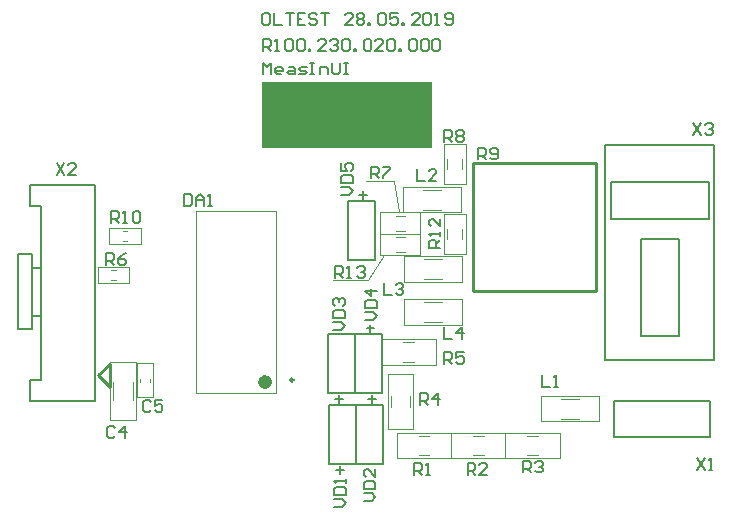
<source format=gto>
G04 Layer_Color=65535*
%FSLAX44Y44*%
%MOMM*%
G71*
G01*
G75*
%ADD36C,0.2500*%
%ADD37C,0.6000*%
%ADD38C,0.1000*%
%ADD39C,0.2540*%
%ADD40C,0.1270*%
%ADD41C,0.1998*%
%ADD42C,0.1524*%
%ADD43C,0.2032*%
%ADD44C,0.1500*%
%ADD45R,14.4500X5.5750*%
D36*
X237500Y176350D02*
G03*
X237500Y176350I-1250J0D01*
G01*
D37*
X216500Y174500D02*
G03*
X216500Y174500I-3000J0D01*
G01*
D38*
X312000Y210750D02*
X358000D01*
Y189250D02*
Y210750D01*
X312000Y189250D02*
X358000D01*
X312000D02*
Y210750D01*
X330500Y191750D02*
X339500D01*
X330500Y208250D02*
X339500D01*
X338750Y135000D02*
Y181000D01*
X317250Y135000D02*
X338750D01*
X317250D02*
Y181000D01*
X338750D01*
X319750Y153500D02*
Y162500D01*
X336250Y153500D02*
Y162500D01*
X101500Y159500D02*
Y174500D01*
X84500Y159500D02*
Y174500D01*
X82000Y191750D02*
X104000D01*
X82000Y142250D02*
Y191750D01*
Y142250D02*
X104000D01*
Y191750D01*
X116000Y174500D02*
Y177500D01*
X108000Y174500D02*
Y177500D01*
X105000Y190500D02*
X119000D01*
X105000Y161500D02*
Y190500D01*
Y161500D02*
X119000D01*
Y190500D01*
X223000Y165000D02*
Y319000D01*
X155000Y165000D02*
Y319000D01*
Y165000D02*
X223000D01*
X155000Y319000D02*
X223000D01*
X447250Y163000D02*
X496500D01*
Y141250D02*
Y163000D01*
X447250Y141250D02*
X496500D01*
X447250D02*
Y163000D01*
X464500Y143500D02*
X479500D01*
X464500Y160500D02*
X479500D01*
X330250Y340000D02*
X379500D01*
Y318250D02*
Y340000D01*
X330250Y318250D02*
X379500D01*
X330250D02*
Y340000D01*
X347500Y320500D02*
X362500D01*
X347500Y337500D02*
X362500D01*
X331250Y281000D02*
X380500D01*
Y259250D02*
Y281000D01*
X331250Y259250D02*
X380500D01*
X331250D02*
Y281000D01*
X348500Y261500D02*
X363500D01*
X348500Y278500D02*
X363500D01*
X331250Y245000D02*
X380500D01*
Y223250D02*
Y245000D01*
X331250Y223250D02*
X380500D01*
X331250D02*
Y245000D01*
X348500Y225500D02*
X363500D01*
X348500Y242500D02*
X363500D01*
X325000Y131750D02*
X371000D01*
Y110250D02*
Y131750D01*
X325000Y110250D02*
X371000D01*
X325000D02*
Y131750D01*
X343500Y112750D02*
X352500D01*
X343500Y129250D02*
X352500D01*
X371000Y131750D02*
X417000D01*
Y110250D02*
Y131750D01*
X371000Y110250D02*
X417000D01*
X371000D02*
Y131750D01*
X389500Y112750D02*
X398500D01*
X389500Y129250D02*
X398500D01*
X417000Y131750D02*
X463000D01*
Y110250D02*
Y131750D01*
X417000Y110250D02*
X463000D01*
X417000D02*
Y131750D01*
X435500Y112750D02*
X444500D01*
X435500Y129250D02*
X444500D01*
X71750Y271750D02*
X98250D01*
Y258250D02*
Y271750D01*
X71750Y258250D02*
X98250D01*
X71750D02*
Y271750D01*
X84000Y269250D02*
X86000D01*
X83000Y260750D02*
X87000D01*
X83000Y269250D02*
X84000D01*
X86000D02*
X87000D01*
X324000Y302500D02*
X332000D01*
X324000Y315500D02*
X332000D01*
X311250Y299750D02*
Y318250D01*
Y299750D02*
X344750D01*
Y318250D01*
X311250D02*
X344750D01*
X380500Y355000D02*
Y363000D01*
X367500Y355000D02*
Y363000D01*
X364750Y342250D02*
X383250D01*
Y375750D01*
X364750D02*
X383250D01*
X364750Y342250D02*
Y375750D01*
X81750Y304750D02*
X108250D01*
Y291250D02*
Y304750D01*
X81750Y291250D02*
X108250D01*
X81750D02*
Y304750D01*
X94000Y302250D02*
X96000D01*
X93000Y293750D02*
X97000D01*
X93000Y302250D02*
X94000D01*
X96000D02*
X97000D01*
X324000Y284500D02*
X332000D01*
X324000Y297500D02*
X332000D01*
X311250Y281750D02*
Y300250D01*
Y281750D02*
X344750D01*
Y300250D01*
X311250D02*
X344750D01*
X380500Y296000D02*
Y304000D01*
X367500Y296000D02*
Y304000D01*
X364750Y283250D02*
X383250D01*
Y316750D01*
X364750D02*
X383250D01*
X364750Y283250D02*
Y316750D01*
X301000Y261000D02*
X314000Y281750D01*
X271000Y261000D02*
X301000D01*
X323000Y345000D02*
X327000Y318250D01*
X299000Y345000D02*
X323000D01*
D39*
X390000Y251750D02*
X493750D01*
Y360250D01*
X390000D02*
X493750D01*
X390000Y251750D02*
Y360250D01*
X72000Y180253D02*
X82000Y190253D01*
Y170253D02*
Y190253D01*
X72000Y180253D02*
X82000Y170253D01*
D40*
X267750Y105000D02*
Y155000D01*
X290250D01*
Y105000D02*
Y155000D01*
X267750Y105000D02*
X290250D01*
X313250D02*
Y155000D01*
X290750Y105000D02*
X313250D01*
X290750D02*
Y155000D01*
X313250D01*
X266751Y165000D02*
Y215000D01*
X289251D01*
Y165000D02*
Y215000D01*
X266751Y165000D02*
X289251D01*
X312250Y165000D02*
Y215000D01*
X289750Y165000D02*
X312250D01*
X289750D02*
Y215000D01*
X312250D01*
X306250Y278000D02*
Y328000D01*
X283750Y278000D02*
X306250D01*
X283750D02*
Y328000D01*
X306250D01*
X16501Y271235D02*
X23503D01*
X16501Y230235D02*
Y271235D01*
Y230235D02*
X23503D01*
Y271235D01*
X4503Y283241D02*
X16501D01*
X4503Y219241D02*
Y283241D01*
Y219241D02*
X16501D01*
Y283241D01*
D41*
X14503Y341293D02*
X69464D01*
X14503Y323767D02*
Y341293D01*
Y323767D02*
X23490D01*
X23503Y263501D01*
Y176506D02*
Y263501D01*
X14503Y176506D02*
X23503D01*
X14503Y158506D02*
Y176506D01*
Y158506D02*
X69498D01*
Y281501D01*
X69464Y341293D02*
X69498Y281501D01*
D42*
X531400Y213260D02*
X564400D01*
X531400Y295260D02*
X564400D01*
Y213260D02*
Y295260D01*
X531400Y213260D02*
Y295260D01*
X506400Y312260D02*
X589400D01*
X506400D02*
Y344260D01*
X589400D01*
Y312260D02*
Y344260D01*
X593400Y193260D02*
Y375260D01*
X501400Y193260D02*
X593400D01*
X501400D02*
Y375260D01*
X593400D01*
D43*
X508760Y127760D02*
X590040D01*
Y158240D01*
X508760D02*
X590040D01*
X508760Y127760D02*
Y158240D01*
D44*
X365000Y190000D02*
Y199997D01*
X369998D01*
X371665Y198331D01*
Y194998D01*
X369998Y193332D01*
X365000D01*
X368332D02*
X371665Y190000D01*
X381661Y199997D02*
X374997D01*
Y194998D01*
X378329Y196665D01*
X379995D01*
X381661Y194998D01*
Y191666D01*
X379995Y190000D01*
X376663D01*
X374997Y191666D01*
X345000Y155000D02*
Y164997D01*
X349998D01*
X351665Y163331D01*
Y159998D01*
X349998Y158332D01*
X345000D01*
X348332D02*
X351665Y155000D01*
X359995D02*
Y164997D01*
X354997Y159998D01*
X361661D01*
X86664Y135331D02*
X84998Y136997D01*
X81666D01*
X80000Y135331D01*
Y128666D01*
X81666Y127000D01*
X84998D01*
X86664Y128666D01*
X94995Y127000D02*
Y136997D01*
X89997Y131998D01*
X96661D01*
X116664Y157331D02*
X114998Y158997D01*
X111666D01*
X110000Y157331D01*
Y150666D01*
X111666Y149000D01*
X114998D01*
X116664Y150666D01*
X126661Y158997D02*
X119997D01*
Y153998D01*
X123329Y155665D01*
X124995D01*
X126661Y153998D01*
Y150666D01*
X124995Y149000D01*
X121663D01*
X119997Y150666D01*
X145000Y333997D02*
Y324000D01*
X149998D01*
X151664Y325666D01*
Y332331D01*
X149998Y333997D01*
X145000D01*
X154997Y324000D02*
Y330664D01*
X158329Y333997D01*
X161661Y330664D01*
Y324000D01*
Y328998D01*
X154997D01*
X164993Y324000D02*
X168326D01*
X166660D01*
Y333997D01*
X164993Y332331D01*
X448182Y180163D02*
Y170166D01*
X454846D01*
X458179D02*
X461511D01*
X459845D01*
Y180163D01*
X458179Y178497D01*
X342000Y354997D02*
Y345000D01*
X348665D01*
X358661D02*
X351997D01*
X358661Y351665D01*
Y353331D01*
X356995Y354997D01*
X353663D01*
X351997Y353331D01*
X314000Y257997D02*
Y248000D01*
X320664D01*
X323997Y256331D02*
X325663Y257997D01*
X328995D01*
X330661Y256331D01*
Y254664D01*
X328995Y252998D01*
X327329D01*
X328995D01*
X330661Y251332D01*
Y249666D01*
X328995Y248000D01*
X325663D01*
X323997Y249666D01*
X365000Y220997D02*
Y211000D01*
X371665D01*
X379995D02*
Y220997D01*
X374997Y215998D01*
X381661D01*
X340000Y96000D02*
Y105997D01*
X344998D01*
X346665Y104331D01*
Y100998D01*
X344998Y99332D01*
X340000D01*
X343332D02*
X346665Y96000D01*
X349997D02*
X353329D01*
X351663D01*
Y105997D01*
X349997Y104331D01*
X385000Y96000D02*
Y105997D01*
X389998D01*
X391665Y104331D01*
Y100998D01*
X389998Y99332D01*
X385000D01*
X388332D02*
X391665Y96000D01*
X401661D02*
X394997D01*
X401661Y102664D01*
Y104331D01*
X399995Y105997D01*
X396663D01*
X394997Y104331D01*
X432000Y98000D02*
Y107997D01*
X436998D01*
X438665Y106331D01*
Y102998D01*
X436998Y101332D01*
X432000D01*
X435332D02*
X438665Y98000D01*
X441997Y106331D02*
X443663Y107997D01*
X446995D01*
X448661Y106331D01*
Y104664D01*
X446995Y102998D01*
X445329D01*
X446995D01*
X448661Y101332D01*
Y99666D01*
X446995Y98000D01*
X443663D01*
X441997Y99666D01*
X79000Y274000D02*
Y283997D01*
X83998D01*
X85665Y282331D01*
Y278998D01*
X83998Y277332D01*
X79000D01*
X82332D02*
X85665Y274000D01*
X95661Y283997D02*
X92329Y282331D01*
X88997Y278998D01*
Y275666D01*
X90663Y274000D01*
X93995D01*
X95661Y275666D01*
Y277332D01*
X93995Y278998D01*
X88997D01*
X303000Y347000D02*
Y356997D01*
X307998D01*
X309664Y355331D01*
Y351998D01*
X307998Y350332D01*
X303000D01*
X306332D02*
X309664Y347000D01*
X312997Y356997D02*
X319661D01*
Y355331D01*
X312997Y348666D01*
Y347000D01*
X365000Y378000D02*
Y387997D01*
X369998D01*
X371665Y386331D01*
Y382998D01*
X369998Y381332D01*
X365000D01*
X368332D02*
X371665Y378000D01*
X374997Y386331D02*
X376663Y387997D01*
X379995D01*
X381661Y386331D01*
Y384664D01*
X379995Y382998D01*
X381661Y381332D01*
Y379666D01*
X379995Y378000D01*
X376663D01*
X374997Y379666D01*
Y381332D01*
X376663Y382998D01*
X374997Y384664D01*
Y386331D01*
X376663Y382998D02*
X379995D01*
X394000Y363000D02*
Y372997D01*
X398998D01*
X400664Y371331D01*
Y367998D01*
X398998Y366332D01*
X394000D01*
X397332D02*
X400664Y363000D01*
X403997Y364666D02*
X405663Y363000D01*
X408995D01*
X410661Y364666D01*
Y371331D01*
X408995Y372997D01*
X405663D01*
X403997Y371331D01*
Y369664D01*
X405663Y367998D01*
X410661D01*
X83000Y309000D02*
Y318997D01*
X87998D01*
X89664Y317331D01*
Y313998D01*
X87998Y312332D01*
X83000D01*
X86332D02*
X89664Y309000D01*
X92997D02*
X96329D01*
X94663D01*
Y318997D01*
X92997Y317331D01*
X101327D02*
X102994Y318997D01*
X106326D01*
X107992Y317331D01*
Y310666D01*
X106326Y309000D01*
X102994D01*
X101327Y310666D01*
Y317331D01*
X273000Y263000D02*
Y272997D01*
X277998D01*
X279664Y271331D01*
Y267998D01*
X277998Y266332D01*
X273000D01*
X276332D02*
X279664Y263000D01*
X282997D02*
X286329D01*
X284663D01*
Y272997D01*
X282997Y271331D01*
X291327D02*
X292994Y272997D01*
X296326D01*
X297992Y271331D01*
Y269664D01*
X296326Y267998D01*
X294660D01*
X296326D01*
X297992Y266332D01*
Y264666D01*
X296326Y263000D01*
X292994D01*
X291327Y264666D01*
X272003Y69000D02*
X278668D01*
X282000Y72332D01*
X278668Y75665D01*
X272003D01*
Y78997D02*
X282000D01*
Y83995D01*
X280334Y85661D01*
X273669D01*
X272003Y83995D01*
Y78997D01*
X282000Y88994D02*
Y92326D01*
Y90660D01*
X272003D01*
X273669Y88994D01*
X277252Y96750D02*
Y103414D01*
X273919Y100082D02*
X280584D01*
X297003Y74000D02*
X303668D01*
X307000Y77332D01*
X303668Y80665D01*
X297003D01*
Y83997D02*
X307000D01*
Y88995D01*
X305334Y90661D01*
X298669D01*
X297003Y88995D01*
Y83997D01*
X307000Y100658D02*
Y93994D01*
X300336Y100658D01*
X298669D01*
X297003Y98992D01*
Y95660D01*
X298669Y93994D01*
X303748Y163250D02*
Y156586D01*
X307081Y159918D02*
X300416D01*
X271003Y219000D02*
X277668D01*
X281000Y222332D01*
X277668Y225665D01*
X271003D01*
Y228997D02*
X281000D01*
Y233995D01*
X279334Y235661D01*
X272669D01*
X271003Y233995D01*
Y228997D01*
X272669Y238994D02*
X271003Y240660D01*
Y243992D01*
X272669Y245658D01*
X274335D01*
X276002Y243992D01*
Y242326D01*
Y243992D01*
X277668Y245658D01*
X279334D01*
X281000Y243992D01*
Y240660D01*
X279334Y238994D01*
X276253Y156750D02*
Y163415D01*
X272921Y160083D02*
X279585D01*
X298003Y227000D02*
X304668D01*
X308000Y230332D01*
X304668Y233664D01*
X298003D01*
Y236997D02*
X308000D01*
Y241995D01*
X306334Y243661D01*
X299669D01*
X298003Y241995D01*
Y236997D01*
X308000Y251992D02*
X298003D01*
X303002Y246994D01*
Y253658D01*
X302748Y223250D02*
Y216586D01*
X306081Y219918D02*
X299416D01*
X278003Y333000D02*
X284668D01*
X288000Y336332D01*
X284668Y339664D01*
X278003D01*
Y342997D02*
X288000D01*
Y347995D01*
X286334Y349661D01*
X279669D01*
X278003Y347995D01*
Y342997D01*
Y359658D02*
Y352994D01*
X283002D01*
X281336Y356326D01*
Y357992D01*
X283002Y359658D01*
X286334D01*
X288000Y357992D01*
Y354660D01*
X286334Y352994D01*
X296748Y336250D02*
Y329585D01*
X300081Y332918D02*
X293416D01*
X37000Y359997D02*
X43664Y350000D01*
Y359997D02*
X37000Y350000D01*
X53661D02*
X46997D01*
X53661Y356665D01*
Y358331D01*
X51995Y359997D01*
X48663D01*
X46997Y358331D01*
X576000Y393997D02*
X582664Y384000D01*
Y393997D02*
X576000Y384000D01*
X585997Y392331D02*
X587663Y393997D01*
X590995D01*
X592661Y392331D01*
Y390664D01*
X590995Y388998D01*
X589329D01*
X590995D01*
X592661Y387332D01*
Y385666D01*
X590995Y384000D01*
X587663D01*
X585997Y385666D01*
X579000Y109997D02*
X585664Y100000D01*
Y109997D02*
X579000Y100000D01*
X588997D02*
X592329D01*
X590663D01*
Y109997D01*
X588997Y108331D01*
X362000Y288000D02*
X352003D01*
Y292998D01*
X353669Y294664D01*
X357002D01*
X358668Y292998D01*
Y288000D01*
Y291332D02*
X362000Y294664D01*
Y297997D02*
Y301329D01*
Y299663D01*
X352003D01*
X353669Y297997D01*
X362000Y312992D02*
Y306327D01*
X355336Y312992D01*
X353669D01*
X352003Y311326D01*
Y307994D01*
X353669Y306327D01*
X212000Y435000D02*
Y444997D01*
X215332Y441665D01*
X218664Y444997D01*
Y435000D01*
X226995D02*
X223663D01*
X221997Y436666D01*
Y439998D01*
X223663Y441665D01*
X226995D01*
X228661Y439998D01*
Y438332D01*
X221997D01*
X233660Y441665D02*
X236992D01*
X238658Y439998D01*
Y435000D01*
X233660D01*
X231994Y436666D01*
X233660Y438332D01*
X238658D01*
X241990Y435000D02*
X246989D01*
X248655Y436666D01*
X246989Y438332D01*
X243657D01*
X241990Y439998D01*
X243657Y441665D01*
X248655D01*
X251987Y444997D02*
X255319D01*
X253653D01*
Y435000D01*
X251987D01*
X255319D01*
X260318D02*
Y441665D01*
X265316D01*
X266982Y439998D01*
Y435000D01*
X270315Y444997D02*
Y436666D01*
X271981Y435000D01*
X275313D01*
X276979Y436666D01*
Y444997D01*
X280311D02*
X283644D01*
X281978D01*
Y435000D01*
X280311D01*
X283644D01*
X212000Y455000D02*
Y464997D01*
X216998D01*
X218664Y463331D01*
Y459998D01*
X216998Y458332D01*
X212000D01*
X215332D02*
X218664Y455000D01*
X221997D02*
X225329D01*
X223663D01*
Y464997D01*
X221997Y463331D01*
X230327D02*
X231994Y464997D01*
X235326D01*
X236992Y463331D01*
Y456666D01*
X235326Y455000D01*
X231994D01*
X230327Y456666D01*
Y463331D01*
X240324D02*
X241990Y464997D01*
X245323D01*
X246989Y463331D01*
Y456666D01*
X245323Y455000D01*
X241990D01*
X240324Y456666D01*
Y463331D01*
X250321Y455000D02*
Y456666D01*
X251987D01*
Y455000D01*
X250321D01*
X265316D02*
X258652D01*
X265316Y461665D01*
Y463331D01*
X263650Y464997D01*
X260318D01*
X258652Y463331D01*
X268648D02*
X270315Y464997D01*
X273647D01*
X275313Y463331D01*
Y461665D01*
X273647Y459998D01*
X271981D01*
X273647D01*
X275313Y458332D01*
Y456666D01*
X273647Y455000D01*
X270315D01*
X268648Y456666D01*
X278645Y463331D02*
X280311Y464997D01*
X283644D01*
X285310Y463331D01*
Y456666D01*
X283644Y455000D01*
X280311D01*
X278645Y456666D01*
Y463331D01*
X288642Y455000D02*
Y456666D01*
X290308D01*
Y455000D01*
X288642D01*
X296973Y463331D02*
X298639Y464997D01*
X301971D01*
X303637Y463331D01*
Y456666D01*
X301971Y455000D01*
X298639D01*
X296973Y456666D01*
Y463331D01*
X313634Y455000D02*
X306969D01*
X313634Y461665D01*
Y463331D01*
X311968Y464997D01*
X308636D01*
X306969Y463331D01*
X316966D02*
X318632Y464997D01*
X321965D01*
X323631Y463331D01*
Y456666D01*
X321965Y455000D01*
X318632D01*
X316966Y456666D01*
Y463331D01*
X326963Y455000D02*
Y456666D01*
X328629D01*
Y455000D01*
X326963D01*
X335294Y463331D02*
X336960Y464997D01*
X340292D01*
X341958Y463331D01*
Y456666D01*
X340292Y455000D01*
X336960D01*
X335294Y456666D01*
Y463331D01*
X345290D02*
X346956Y464997D01*
X350289D01*
X351955Y463331D01*
Y456666D01*
X350289Y455000D01*
X346956D01*
X345290Y456666D01*
Y463331D01*
X355287D02*
X356953Y464997D01*
X360285D01*
X361952Y463331D01*
Y456666D01*
X360285Y455000D01*
X356953D01*
X355287Y456666D01*
Y463331D01*
X215998Y486997D02*
X212666D01*
X211000Y485331D01*
Y478666D01*
X212666Y477000D01*
X215998D01*
X217665Y478666D01*
Y485331D01*
X215998Y486997D01*
X220997D02*
Y477000D01*
X227661D01*
X230994Y486997D02*
X237658D01*
X234326D01*
Y477000D01*
X247655Y486997D02*
X240990D01*
Y477000D01*
X247655D01*
X240990Y481998D02*
X244323D01*
X257652Y485331D02*
X255986Y486997D01*
X252653D01*
X250987Y485331D01*
Y483665D01*
X252653Y481998D01*
X255986D01*
X257652Y480332D01*
Y478666D01*
X255986Y477000D01*
X252653D01*
X250987Y478666D01*
X260984Y486997D02*
X267648D01*
X264316D01*
Y477000D01*
X287642D02*
X280977D01*
X287642Y483665D01*
Y485331D01*
X285976Y486997D01*
X282644D01*
X280977Y485331D01*
X290974D02*
X292640Y486997D01*
X295973D01*
X297639Y485331D01*
Y483665D01*
X295973Y481998D01*
X297639Y480332D01*
Y478666D01*
X295973Y477000D01*
X292640D01*
X290974Y478666D01*
Y480332D01*
X292640Y481998D01*
X290974Y483665D01*
Y485331D01*
X292640Y481998D02*
X295973D01*
X300971Y477000D02*
Y478666D01*
X302637D01*
Y477000D01*
X300971D01*
X309302Y485331D02*
X310968Y486997D01*
X314300D01*
X315966Y485331D01*
Y478666D01*
X314300Y477000D01*
X310968D01*
X309302Y478666D01*
Y485331D01*
X325963Y486997D02*
X319298D01*
Y481998D01*
X322631Y483665D01*
X324297D01*
X325963Y481998D01*
Y478666D01*
X324297Y477000D01*
X320965D01*
X319298Y478666D01*
X329295Y477000D02*
Y478666D01*
X330961D01*
Y477000D01*
X329295D01*
X344290D02*
X337626D01*
X344290Y483665D01*
Y485331D01*
X342624Y486997D01*
X339292D01*
X337626Y485331D01*
X347623D02*
X349289Y486997D01*
X352621D01*
X354287Y485331D01*
Y478666D01*
X352621Y477000D01*
X349289D01*
X347623Y478666D01*
Y485331D01*
X357619Y477000D02*
X360952D01*
X359286D01*
Y486997D01*
X357619Y485331D01*
X365950Y478666D02*
X367616Y477000D01*
X370948D01*
X372615Y478666D01*
Y485331D01*
X370948Y486997D01*
X367616D01*
X365950Y485331D01*
Y483665D01*
X367616Y481998D01*
X372615D01*
D45*
X282750Y400875D02*
D03*
M02*

</source>
